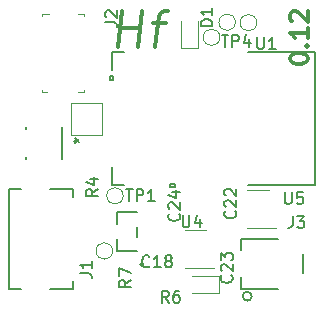
<source format=gto>
G04 #@! TF.GenerationSoftware,KiCad,Pcbnew,(6.0.11)*
G04 #@! TF.CreationDate,2023-05-05T12:53:29-03:00*
G04 #@! TF.ProjectId,HappyFeet,48617070-7946-4656-9574-2e6b69636164,V0.7*
G04 #@! TF.SameCoordinates,Original*
G04 #@! TF.FileFunction,Legend,Top*
G04 #@! TF.FilePolarity,Positive*
%FSLAX46Y46*%
G04 Gerber Fmt 4.6, Leading zero omitted, Abs format (unit mm)*
G04 Created by KiCad (PCBNEW (6.0.11)) date 2023-05-05 12:53:29*
%MOMM*%
%LPD*%
G01*
G04 APERTURE LIST*
%ADD10C,0.300000*%
%ADD11C,0.150000*%
%ADD12C,0.152400*%
%ADD13C,0.120000*%
%ADD14C,0.100000*%
G04 APERTURE END LIST*
D10*
X108429196Y-73376142D02*
X108804196Y-70376142D01*
X108625625Y-71804714D02*
X110339910Y-71804714D01*
X110143482Y-73376142D02*
X110518482Y-70376142D01*
X111393482Y-71376142D02*
X112536339Y-71376142D01*
X111572053Y-73376142D02*
X111893482Y-70804714D01*
X112072053Y-70519000D01*
X112375625Y-70376142D01*
X112661339Y-70376142D01*
X123023571Y-74451142D02*
X123023571Y-74308285D01*
X123095000Y-74165428D01*
X123166428Y-74094000D01*
X123309285Y-74022571D01*
X123595000Y-73951142D01*
X123952142Y-73951142D01*
X124237857Y-74022571D01*
X124380714Y-74094000D01*
X124452142Y-74165428D01*
X124523571Y-74308285D01*
X124523571Y-74451142D01*
X124452142Y-74594000D01*
X124380714Y-74665428D01*
X124237857Y-74736857D01*
X123952142Y-74808285D01*
X123595000Y-74808285D01*
X123309285Y-74736857D01*
X123166428Y-74665428D01*
X123095000Y-74594000D01*
X123023571Y-74451142D01*
X124380714Y-73308285D02*
X124452142Y-73236857D01*
X124523571Y-73308285D01*
X124452142Y-73379714D01*
X124380714Y-73308285D01*
X124523571Y-73308285D01*
X124523571Y-71808285D02*
X124523571Y-72665428D01*
X124523571Y-72236857D02*
X123023571Y-72236857D01*
X123237857Y-72379714D01*
X123380714Y-72522571D01*
X123452142Y-72665428D01*
X123166428Y-71236857D02*
X123095000Y-71165428D01*
X123023571Y-71022571D01*
X123023571Y-70665428D01*
X123095000Y-70522571D01*
X123166428Y-70451142D01*
X123309285Y-70379714D01*
X123452142Y-70379714D01*
X123666428Y-70451142D01*
X124523571Y-71308285D01*
X124523571Y-70379714D01*
D11*
G04 #@! TO.C,C18*
X111107142Y-91957142D02*
X111059523Y-92004761D01*
X110916666Y-92052380D01*
X110821428Y-92052380D01*
X110678571Y-92004761D01*
X110583333Y-91909523D01*
X110535714Y-91814285D01*
X110488095Y-91623809D01*
X110488095Y-91480952D01*
X110535714Y-91290476D01*
X110583333Y-91195238D01*
X110678571Y-91100000D01*
X110821428Y-91052380D01*
X110916666Y-91052380D01*
X111059523Y-91100000D01*
X111107142Y-91147619D01*
X112059523Y-92052380D02*
X111488095Y-92052380D01*
X111773809Y-92052380D02*
X111773809Y-91052380D01*
X111678571Y-91195238D01*
X111583333Y-91290476D01*
X111488095Y-91338095D01*
X112630952Y-91480952D02*
X112535714Y-91433333D01*
X112488095Y-91385714D01*
X112440476Y-91290476D01*
X112440476Y-91242857D01*
X112488095Y-91147619D01*
X112535714Y-91100000D01*
X112630952Y-91052380D01*
X112821428Y-91052380D01*
X112916666Y-91100000D01*
X112964285Y-91147619D01*
X113011904Y-91242857D01*
X113011904Y-91290476D01*
X112964285Y-91385714D01*
X112916666Y-91433333D01*
X112821428Y-91480952D01*
X112630952Y-91480952D01*
X112535714Y-91528571D01*
X112488095Y-91576190D01*
X112440476Y-91671428D01*
X112440476Y-91861904D01*
X112488095Y-91957142D01*
X112535714Y-92004761D01*
X112630952Y-92052380D01*
X112821428Y-92052380D01*
X112916666Y-92004761D01*
X112964285Y-91957142D01*
X113011904Y-91861904D01*
X113011904Y-91671428D01*
X112964285Y-91576190D01*
X112916666Y-91528571D01*
X112821428Y-91480952D01*
G04 #@! TO.C,C22*
X118374642Y-87304357D02*
X118422261Y-87351976D01*
X118469880Y-87494833D01*
X118469880Y-87590071D01*
X118422261Y-87732928D01*
X118327023Y-87828166D01*
X118231785Y-87875785D01*
X118041309Y-87923404D01*
X117898452Y-87923404D01*
X117707976Y-87875785D01*
X117612738Y-87828166D01*
X117517500Y-87732928D01*
X117469880Y-87590071D01*
X117469880Y-87494833D01*
X117517500Y-87351976D01*
X117565119Y-87304357D01*
X117565119Y-86923404D02*
X117517500Y-86875785D01*
X117469880Y-86780547D01*
X117469880Y-86542452D01*
X117517500Y-86447214D01*
X117565119Y-86399595D01*
X117660357Y-86351976D01*
X117755595Y-86351976D01*
X117898452Y-86399595D01*
X118469880Y-86971023D01*
X118469880Y-86351976D01*
X117565119Y-85971023D02*
X117517500Y-85923404D01*
X117469880Y-85828166D01*
X117469880Y-85590071D01*
X117517500Y-85494833D01*
X117565119Y-85447214D01*
X117660357Y-85399595D01*
X117755595Y-85399595D01*
X117898452Y-85447214D01*
X118469880Y-86018642D01*
X118469880Y-85399595D01*
G04 #@! TO.C,J3*
X123239166Y-87726380D02*
X123239166Y-88440666D01*
X123191547Y-88583523D01*
X123096309Y-88678761D01*
X122953452Y-88726380D01*
X122858214Y-88726380D01*
X123620119Y-87726380D02*
X124239166Y-87726380D01*
X123905833Y-88107333D01*
X124048690Y-88107333D01*
X124143928Y-88154952D01*
X124191547Y-88202571D01*
X124239166Y-88297809D01*
X124239166Y-88535904D01*
X124191547Y-88631142D01*
X124143928Y-88678761D01*
X124048690Y-88726380D01*
X123762976Y-88726380D01*
X123667738Y-88678761D01*
X123620119Y-88631142D01*
G04 #@! TO.C,U4*
X113938095Y-87652380D02*
X113938095Y-88461904D01*
X113985714Y-88557142D01*
X114033333Y-88604761D01*
X114128571Y-88652380D01*
X114319047Y-88652380D01*
X114414285Y-88604761D01*
X114461904Y-88557142D01*
X114509523Y-88461904D01*
X114509523Y-87652380D01*
X115414285Y-87985714D02*
X115414285Y-88652380D01*
X115176190Y-87604761D02*
X114938095Y-88319047D01*
X115557142Y-88319047D01*
G04 #@! TO.C,C24*
X113619642Y-87501857D02*
X113667261Y-87549476D01*
X113714880Y-87692333D01*
X113714880Y-87787571D01*
X113667261Y-87930428D01*
X113572023Y-88025666D01*
X113476785Y-88073285D01*
X113286309Y-88120904D01*
X113143452Y-88120904D01*
X112952976Y-88073285D01*
X112857738Y-88025666D01*
X112762500Y-87930428D01*
X112714880Y-87787571D01*
X112714880Y-87692333D01*
X112762500Y-87549476D01*
X112810119Y-87501857D01*
X112810119Y-87120904D02*
X112762500Y-87073285D01*
X112714880Y-86978047D01*
X112714880Y-86739952D01*
X112762500Y-86644714D01*
X112810119Y-86597095D01*
X112905357Y-86549476D01*
X113000595Y-86549476D01*
X113143452Y-86597095D01*
X113714880Y-87168523D01*
X113714880Y-86549476D01*
X113048214Y-85692333D02*
X113714880Y-85692333D01*
X112667261Y-85930428D02*
X113381547Y-86168523D01*
X113381547Y-85549476D01*
G04 #@! TO.C,D1*
X116452380Y-71638095D02*
X115452380Y-71638095D01*
X115452380Y-71400000D01*
X115500000Y-71257142D01*
X115595238Y-71161904D01*
X115690476Y-71114285D01*
X115880952Y-71066666D01*
X116023809Y-71066666D01*
X116214285Y-71114285D01*
X116309523Y-71161904D01*
X116404761Y-71257142D01*
X116452380Y-71400000D01*
X116452380Y-71638095D01*
X116452380Y-70114285D02*
X116452380Y-70685714D01*
X116452380Y-70400000D02*
X115452380Y-70400000D01*
X115595238Y-70495238D01*
X115690476Y-70590476D01*
X115738095Y-70685714D01*
G04 #@! TO.C,R7*
X109522380Y-93136666D02*
X109046190Y-93470000D01*
X109522380Y-93708095D02*
X108522380Y-93708095D01*
X108522380Y-93327142D01*
X108570000Y-93231904D01*
X108617619Y-93184285D01*
X108712857Y-93136666D01*
X108855714Y-93136666D01*
X108950952Y-93184285D01*
X108998571Y-93231904D01*
X109046190Y-93327142D01*
X109046190Y-93708095D01*
X108522380Y-92803333D02*
X108522380Y-92136666D01*
X109522380Y-92565238D01*
G04 #@! TO.C,R6*
X112733333Y-95052380D02*
X112400000Y-94576190D01*
X112161904Y-95052380D02*
X112161904Y-94052380D01*
X112542857Y-94052380D01*
X112638095Y-94100000D01*
X112685714Y-94147619D01*
X112733333Y-94242857D01*
X112733333Y-94385714D01*
X112685714Y-94480952D01*
X112638095Y-94528571D01*
X112542857Y-94576190D01*
X112161904Y-94576190D01*
X113590476Y-94052380D02*
X113400000Y-94052380D01*
X113304761Y-94100000D01*
X113257142Y-94147619D01*
X113161904Y-94290476D01*
X113114285Y-94480952D01*
X113114285Y-94861904D01*
X113161904Y-94957142D01*
X113209523Y-95004761D01*
X113304761Y-95052380D01*
X113495238Y-95052380D01*
X113590476Y-95004761D01*
X113638095Y-94957142D01*
X113685714Y-94861904D01*
X113685714Y-94623809D01*
X113638095Y-94528571D01*
X113590476Y-94480952D01*
X113495238Y-94433333D01*
X113304761Y-94433333D01*
X113209523Y-94480952D01*
X113161904Y-94528571D01*
X113114285Y-94623809D01*
G04 #@! TO.C,U5*
X122578095Y-85682380D02*
X122578095Y-86491904D01*
X122625714Y-86587142D01*
X122673333Y-86634761D01*
X122768571Y-86682380D01*
X122959047Y-86682380D01*
X123054285Y-86634761D01*
X123101904Y-86587142D01*
X123149523Y-86491904D01*
X123149523Y-85682380D01*
X124101904Y-85682380D02*
X123625714Y-85682380D01*
X123578095Y-86158571D01*
X123625714Y-86110952D01*
X123720952Y-86063333D01*
X123959047Y-86063333D01*
X124054285Y-86110952D01*
X124101904Y-86158571D01*
X124149523Y-86253809D01*
X124149523Y-86491904D01*
X124101904Y-86587142D01*
X124054285Y-86634761D01*
X123959047Y-86682380D01*
X123720952Y-86682380D01*
X123625714Y-86634761D01*
X123578095Y-86587142D01*
G04 #@! TO.C,U2*
X104714880Y-81321500D02*
X104952976Y-81321500D01*
X104857738Y-81559595D02*
X104952976Y-81321500D01*
X104857738Y-81083404D01*
X105143452Y-81464357D02*
X104952976Y-81321500D01*
X105143452Y-81178642D01*
G04 #@! TO.C,C23*
X118057142Y-92742857D02*
X118104761Y-92790476D01*
X118152380Y-92933333D01*
X118152380Y-93028571D01*
X118104761Y-93171428D01*
X118009523Y-93266666D01*
X117914285Y-93314285D01*
X117723809Y-93361904D01*
X117580952Y-93361904D01*
X117390476Y-93314285D01*
X117295238Y-93266666D01*
X117200000Y-93171428D01*
X117152380Y-93028571D01*
X117152380Y-92933333D01*
X117200000Y-92790476D01*
X117247619Y-92742857D01*
X117247619Y-92361904D02*
X117200000Y-92314285D01*
X117152380Y-92219047D01*
X117152380Y-91980952D01*
X117200000Y-91885714D01*
X117247619Y-91838095D01*
X117342857Y-91790476D01*
X117438095Y-91790476D01*
X117580952Y-91838095D01*
X118152380Y-92409523D01*
X118152380Y-91790476D01*
X117152380Y-91457142D02*
X117152380Y-90838095D01*
X117533333Y-91171428D01*
X117533333Y-91028571D01*
X117580952Y-90933333D01*
X117628571Y-90885714D01*
X117723809Y-90838095D01*
X117961904Y-90838095D01*
X118057142Y-90885714D01*
X118104761Y-90933333D01*
X118152380Y-91028571D01*
X118152380Y-91314285D01*
X118104761Y-91409523D01*
X118057142Y-91457142D01*
G04 #@! TO.C,U1*
X120243095Y-72573880D02*
X120243095Y-73383404D01*
X120290714Y-73478642D01*
X120338333Y-73526261D01*
X120433571Y-73573880D01*
X120624047Y-73573880D01*
X120719285Y-73526261D01*
X120766904Y-73478642D01*
X120814523Y-73383404D01*
X120814523Y-72573880D01*
X121814523Y-73573880D02*
X121243095Y-73573880D01*
X121528809Y-73573880D02*
X121528809Y-72573880D01*
X121433571Y-72716738D01*
X121338333Y-72811976D01*
X121243095Y-72859595D01*
G04 #@! TO.C,R4*
X106759880Y-85438166D02*
X106283690Y-85771500D01*
X106759880Y-86009595D02*
X105759880Y-86009595D01*
X105759880Y-85628642D01*
X105807500Y-85533404D01*
X105855119Y-85485785D01*
X105950357Y-85438166D01*
X106093214Y-85438166D01*
X106188452Y-85485785D01*
X106236071Y-85533404D01*
X106283690Y-85628642D01*
X106283690Y-86009595D01*
X106093214Y-84581023D02*
X106759880Y-84581023D01*
X105712261Y-84819119D02*
X106426547Y-85057214D01*
X106426547Y-84438166D01*
G04 #@! TO.C,TP1*
X109138095Y-85452380D02*
X109709523Y-85452380D01*
X109423809Y-86452380D02*
X109423809Y-85452380D01*
X110042857Y-86452380D02*
X110042857Y-85452380D01*
X110423809Y-85452380D01*
X110519047Y-85500000D01*
X110566666Y-85547619D01*
X110614285Y-85642857D01*
X110614285Y-85785714D01*
X110566666Y-85880952D01*
X110519047Y-85928571D01*
X110423809Y-85976190D01*
X110042857Y-85976190D01*
X111566666Y-86452380D02*
X110995238Y-86452380D01*
X111280952Y-86452380D02*
X111280952Y-85452380D01*
X111185714Y-85595238D01*
X111090476Y-85690476D01*
X110995238Y-85738095D01*
G04 #@! TO.C,TP4*
X117228095Y-72392380D02*
X117799523Y-72392380D01*
X117513809Y-73392380D02*
X117513809Y-72392380D01*
X118132857Y-73392380D02*
X118132857Y-72392380D01*
X118513809Y-72392380D01*
X118609047Y-72440000D01*
X118656666Y-72487619D01*
X118704285Y-72582857D01*
X118704285Y-72725714D01*
X118656666Y-72820952D01*
X118609047Y-72868571D01*
X118513809Y-72916190D01*
X118132857Y-72916190D01*
X119561428Y-72725714D02*
X119561428Y-73392380D01*
X119323333Y-72344761D02*
X119085238Y-73059047D01*
X119704285Y-73059047D01*
G04 #@! TO.C,J1*
X105242380Y-92552333D02*
X105956666Y-92552333D01*
X106099523Y-92599952D01*
X106194761Y-92695190D01*
X106242380Y-92838047D01*
X106242380Y-92933285D01*
X106242380Y-91552333D02*
X106242380Y-92123761D01*
X106242380Y-91838047D02*
X105242380Y-91838047D01*
X105385238Y-91933285D01*
X105480476Y-92028523D01*
X105528095Y-92123761D01*
G04 #@! TO.C,J2*
X107384880Y-71312333D02*
X108099166Y-71312333D01*
X108242023Y-71359952D01*
X108337261Y-71455190D01*
X108384880Y-71598047D01*
X108384880Y-71693285D01*
X107480119Y-70883761D02*
X107432500Y-70836142D01*
X107384880Y-70740904D01*
X107384880Y-70502809D01*
X107432500Y-70407571D01*
X107480119Y-70359952D01*
X107575357Y-70312333D01*
X107670595Y-70312333D01*
X107813452Y-70359952D01*
X108384880Y-70931380D01*
X108384880Y-70312333D01*
D12*
G04 #@! TO.C,J3*
X118896500Y-92912939D02*
X118896500Y-93870900D01*
X118896500Y-93870900D02*
X121991261Y-93870900D01*
X124103500Y-92569559D02*
X124103500Y-90930441D01*
X121991261Y-89629100D02*
X118896500Y-89629100D01*
X118896500Y-89629100D02*
X118896500Y-90587061D01*
X119782500Y-94505900D02*
G75*
G03*
X119782500Y-94505900I-381000J0D01*
G01*
G04 #@! TO.C,SW1*
X103704000Y-82863811D02*
X103704000Y-80136189D01*
X100656000Y-80136189D02*
X100656000Y-80316360D01*
X100656000Y-82683640D02*
X100656000Y-82863811D01*
D13*
G04 #@! TO.C,U4*
X114100000Y-92110000D02*
X116550000Y-92110000D01*
X115900000Y-88890000D02*
X114100000Y-88890000D01*
G04 #@! TO.C,D1*
X113765000Y-71200000D02*
X113765000Y-73485000D01*
X115235000Y-73485000D02*
X115235000Y-71200000D01*
X113765000Y-73485000D02*
X115235000Y-73485000D01*
G04 #@! TO.C,D3*
X116985000Y-94235000D02*
X116985000Y-92765000D01*
X116985000Y-92765000D02*
X114700000Y-92765000D01*
X114700000Y-94235000D02*
X116985000Y-94235000D01*
G04 #@! TO.C,U5*
X119400000Y-88710000D02*
X121850000Y-88710000D01*
X121200000Y-85490000D02*
X119400000Y-85490000D01*
G04 #@! TO.C,U2*
X107120800Y-80833500D02*
X104491900Y-80820800D01*
X107120800Y-78179200D02*
X107120800Y-80833500D01*
X104491900Y-80820800D02*
X104491900Y-78179200D01*
X104491900Y-78179200D02*
X107120800Y-78179200D01*
D12*
G04 #@! TO.C,U1*
X112894611Y-85294300D02*
X112894611Y-85040300D01*
X107962612Y-83556585D02*
X107962612Y-85091100D01*
X108000712Y-75824509D02*
X107746712Y-75824509D01*
X107962612Y-73838900D02*
X107962612Y-75373435D01*
X113275611Y-85294300D02*
X112894611Y-85294300D01*
X125107612Y-85091100D02*
X125107612Y-73838900D01*
X112894611Y-85040300D02*
X113275611Y-85040300D01*
X113275611Y-85040300D02*
X113275611Y-85294300D01*
X107746712Y-75824509D02*
X107746712Y-76205509D01*
X107746712Y-76205509D02*
X108000712Y-76205509D01*
X108000712Y-76205509D02*
X108000712Y-75824509D01*
X108997970Y-73838900D02*
X107962612Y-73838900D01*
X107962612Y-85091100D02*
X108997970Y-85091100D01*
X125107612Y-73838900D02*
X119472263Y-73838900D01*
X119472263Y-85091100D02*
X125107612Y-85091100D01*
D13*
G04 #@! TO.C,TP1*
X108900000Y-86000000D02*
G75*
G03*
X108900000Y-86000000I-700000J0D01*
G01*
G04 #@! TO.C,TP2*
X120200000Y-71350000D02*
G75*
G03*
X120200000Y-71350000I-700000J0D01*
G01*
G04 #@! TO.C,TP3*
X108000000Y-90670000D02*
G75*
G03*
X108000000Y-90670000I-700000J0D01*
G01*
G04 #@! TO.C,TP4*
X118400000Y-71310000D02*
G75*
G03*
X118400000Y-71310000I-700000J0D01*
G01*
G04 #@! TO.C,TP5*
X117080000Y-72580000D02*
G75*
G03*
X117080000Y-72580000I-700000J0D01*
G01*
D12*
G04 #@! TO.C,Z1*
X108383000Y-89653140D02*
X108383000Y-90692000D01*
X110037000Y-89451859D02*
X110037000Y-88628141D01*
X108383000Y-87388000D02*
X108383000Y-88426860D01*
X110037000Y-87388000D02*
X108383000Y-87388000D01*
X108383000Y-90692000D02*
X110037000Y-90692000D01*
X110587000Y-91835000D02*
G75*
G03*
X110587000Y-91835000I-127000J0D01*
G01*
G04 #@! TO.C,J1*
X100266896Y-85440900D02*
X99194900Y-85440900D01*
X104605100Y-86138160D02*
X104605100Y-85440900D01*
X104605100Y-93899100D02*
X104605100Y-93201840D01*
X102677704Y-93899100D02*
X104605100Y-93899100D01*
X99194900Y-85440900D02*
X99194900Y-93899100D01*
X104605100Y-85440900D02*
X102677704Y-85440900D01*
X99194900Y-93899100D02*
X100266896Y-93899100D01*
D14*
G04 #@! TO.C,J2*
X105585000Y-77204000D02*
X105085000Y-77204000D01*
X105585000Y-77004000D02*
X105585000Y-77204000D01*
X101985000Y-70804000D02*
X101985000Y-70604000D01*
X101985000Y-77204000D02*
X102485000Y-77204000D01*
X105585000Y-70604000D02*
X105085000Y-70604000D01*
X101985000Y-70604000D02*
X102585000Y-70604000D01*
X105585000Y-70804000D02*
X105585000Y-70604000D01*
X101985000Y-77004000D02*
X101985000Y-77204000D01*
G04 #@! TD*
M02*

</source>
